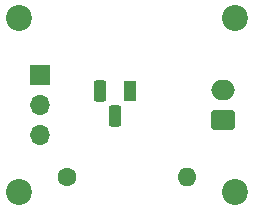
<source format=gts>
G04 #@! TF.GenerationSoftware,KiCad,Pcbnew,8.0.8*
G04 #@! TF.CreationDate,2025-03-17T22:03:57+00:00*
G04 #@! TF.ProjectId,fan_PCB02,66616e5f-5043-4423-9032-2e6b69636164,rev?*
G04 #@! TF.SameCoordinates,Original*
G04 #@! TF.FileFunction,Soldermask,Top*
G04 #@! TF.FilePolarity,Negative*
%FSLAX46Y46*%
G04 Gerber Fmt 4.6, Leading zero omitted, Abs format (unit mm)*
G04 Created by KiCad (PCBNEW 8.0.8) date 2025-03-17 22:03:57*
%MOMM*%
%LPD*%
G01*
G04 APERTURE LIST*
G04 Aperture macros list*
%AMRoundRect*
0 Rectangle with rounded corners*
0 $1 Rounding radius*
0 $2 $3 $4 $5 $6 $7 $8 $9 X,Y pos of 4 corners*
0 Add a 4 corners polygon primitive as box body*
4,1,4,$2,$3,$4,$5,$6,$7,$8,$9,$2,$3,0*
0 Add four circle primitives for the rounded corners*
1,1,$1+$1,$2,$3*
1,1,$1+$1,$4,$5*
1,1,$1+$1,$6,$7*
1,1,$1+$1,$8,$9*
0 Add four rect primitives between the rounded corners*
20,1,$1+$1,$2,$3,$4,$5,0*
20,1,$1+$1,$4,$5,$6,$7,0*
20,1,$1+$1,$6,$7,$8,$9,0*
20,1,$1+$1,$8,$9,$2,$3,0*%
G04 Aperture macros list end*
%ADD10RoundRect,0.250000X0.750000X-0.600000X0.750000X0.600000X-0.750000X0.600000X-0.750000X-0.600000X0*%
%ADD11O,2.000000X1.700000*%
%ADD12R,1.100000X1.800000*%
%ADD13RoundRect,0.275000X0.275000X0.625000X-0.275000X0.625000X-0.275000X-0.625000X0.275000X-0.625000X0*%
%ADD14C,1.600000*%
%ADD15O,1.600000X1.600000*%
%ADD16R,1.700000X1.700000*%
%ADD17O,1.700000X1.700000*%
%ADD18C,2.200000*%
G04 APERTURE END LIST*
D10*
X31242000Y127000000D03*
D11*
X31242000Y129500000D03*
D12*
X23368000Y129432000D03*
D13*
X22098000Y127362000D03*
X20828000Y129432000D03*
D14*
X18034000Y122174000D03*
D15*
X28194000Y122174000D03*
D16*
X15748000Y130810000D03*
D17*
X15748000Y128270000D03*
X15748000Y125730000D03*
D18*
X13970000Y135636000D03*
X32258000Y135636000D03*
X13970000Y120904000D03*
X32258000Y120904000D03*
M02*

</source>
